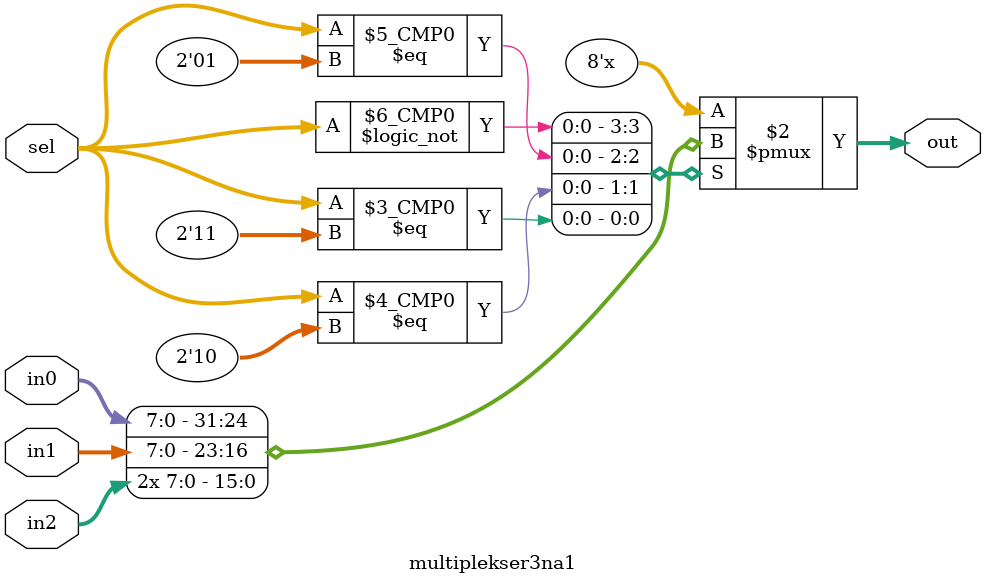
<source format=v>
module multiplekser3na1(
input [7:0] in0,
input [7:0] in1,
input [7:0] in2,
input [1:0] sel,
output reg [7:0] out
);

always @(*) 
begin
	case(sel)
		2'b00: out <= in0;
		2'b01: out <= in1;
		2'b10: out <= in2;
		2'b11: out <= in2;
		default: out <= in2;
	endcase
end

endmodule
</source>
